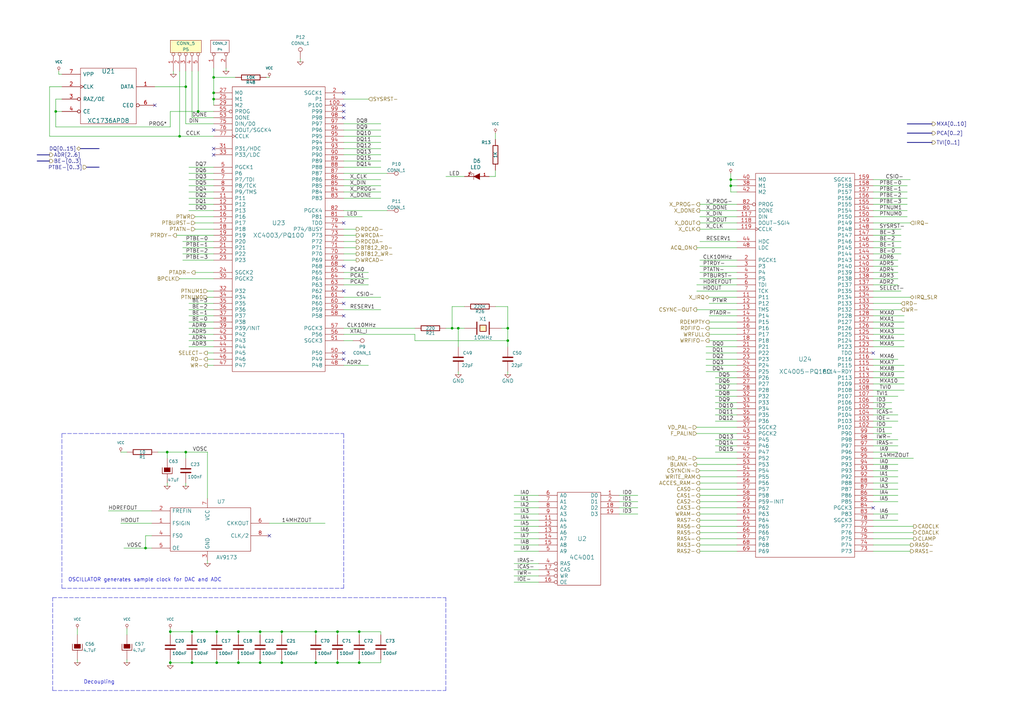
<source format=kicad_sch>
(kicad_sch (version 20201015) (generator eeschema)
  (page 1 8)
  (paper "A3")
  (title_block (title "Video") (date "Sun 22 Mar 2015") (rev "2.0B") (company "Kicad EDA") (comment 1 "Xilinxs"))
  (junction (at 22.86 45.72) (diameter 0.9144))
  (junction (at 59.69 224.79) (diameter 0.9144))
  (junction (at 68.58 185.42) (diameter 0.9144))
  (junction (at 69.85 259.08) (diameter 0.9144))
  (junction (at 69.85 271.78) (diameter 0.9144))
  (junction (at 73.66 55.88) (diameter 0.9144))
  (junction (at 76.2 35.56) (diameter 0.9144))
  (junction (at 76.2 185.42) (diameter 0.9144))
  (junction (at 78.74 259.08) (diameter 0.9144))
  (junction (at 78.74 271.78) (diameter 0.9144))
  (junction (at 81.28 45.72) (diameter 0.9144))
  (junction (at 87.63 31.75) (diameter 0.9144))
  (junction (at 87.63 38.1) (diameter 0.9144))
  (junction (at 87.63 40.64) (diameter 0.9144))
  (junction (at 88.9 259.08) (diameter 0.9144))
  (junction (at 88.9 271.78) (diameter 0.9144))
  (junction (at 97.79 259.08) (diameter 0.9144))
  (junction (at 97.79 271.78) (diameter 0.9144))
  (junction (at 106.68 259.08) (diameter 0.9144))
  (junction (at 106.68 271.78) (diameter 0.9144))
  (junction (at 115.57 259.08) (diameter 0.9144))
  (junction (at 115.57 271.78) (diameter 0.9144))
  (junction (at 129.54 259.08) (diameter 0.9144))
  (junction (at 129.54 271.78) (diameter 0.9144))
  (junction (at 138.43 259.08) (diameter 0.9144))
  (junction (at 138.43 271.78) (diameter 0.9144))
  (junction (at 147.32 259.08) (diameter 0.9144))
  (junction (at 147.32 271.78) (diameter 0.9144))
  (junction (at 185.42 134.62) (diameter 0.9144))
  (junction (at 187.96 134.62) (diameter 0.9144))
  (junction (at 208.28 134.62) (diameter 0.9144))
  (junction (at 208.28 139.7) (diameter 0.9144))
  (junction (at 299.72 73.66) (diameter 0.9144))
  (junction (at 299.72 76.2) (diameter 0.9144))
  (no_connect (at 140.97 43.18))
  (no_connect (at 87.63 60.96))
  (no_connect (at 87.63 53.34))
  (no_connect (at 140.97 48.26))
  (no_connect (at 140.97 144.78))
  (no_connect (at 140.97 119.38))
  (no_connect (at 358.14 144.78))
  (no_connect (at 358.14 208.28))
  (no_connect (at 63.5 43.18))
  (no_connect (at 110.49 219.71))
  (no_connect (at 140.97 38.1))
  (no_connect (at 140.97 91.44))
  (no_connect (at 140.97 147.32))
  (no_connect (at 140.97 129.54))
  (no_connect (at 140.97 109.22))
  (no_connect (at 140.97 124.46))
  (no_connect (at 87.63 63.5))
  (no_connect (at 140.97 45.72))
  (wire (pts (xy 20.32 35.56) (xy 20.32 55.88)))
  (wire (pts (xy 20.32 55.88) (xy 73.66 55.88)))
  (wire (pts (xy 22.86 40.64) (xy 22.86 45.72)))
  (wire (pts (xy 22.86 45.72) (xy 22.86 52.07)))
  (wire (pts (xy 22.86 52.07) (xy 69.85 52.07)))
  (wire (pts (xy 24.13 29.21) (xy 24.13 30.48)))
  (wire (pts (xy 24.13 30.48) (xy 25.4 30.48)))
  (wire (pts (xy 25.4 35.56) (xy 20.32 35.56)))
  (wire (pts (xy 25.4 40.64) (xy 22.86 40.64)))
  (wire (pts (xy 25.4 45.72) (xy 22.86 45.72)))
  (wire (pts (xy 31.75 257.81) (xy 31.75 260.35)))
  (wire (pts (xy 31.75 271.78) (xy 31.75 270.51)))
  (wire (pts (xy 44.45 209.55) (xy 62.23 209.55)))
  (wire (pts (xy 49.53 214.63) (xy 62.23 214.63)))
  (wire (pts (xy 50.8 224.79) (xy 59.69 224.79)))
  (wire (pts (xy 52.07 185.42) (xy 49.53 185.42)))
  (wire (pts (xy 52.07 257.81) (xy 52.07 260.35)))
  (wire (pts (xy 52.07 271.78) (xy 52.07 270.51)))
  (wire (pts (xy 59.69 219.71) (xy 62.23 219.71)))
  (wire (pts (xy 59.69 224.79) (xy 59.69 219.71)))
  (wire (pts (xy 59.69 224.79) (xy 62.23 224.79)))
  (wire (pts (xy 63.5 35.56) (xy 76.2 35.56)))
  (wire (pts (xy 64.77 185.42) (xy 68.58 185.42)))
  (wire (pts (xy 68.58 185.42) (xy 68.58 187.96)))
  (wire (pts (xy 68.58 185.42) (xy 76.2 185.42)))
  (wire (pts (xy 68.58 199.39) (xy 68.58 198.12)))
  (wire (pts (xy 69.85 45.72) (xy 81.28 45.72)))
  (wire (pts (xy 69.85 52.07) (xy 69.85 45.72)))
  (wire (pts (xy 69.85 257.81) (xy 69.85 259.08)))
  (wire (pts (xy 69.85 259.08) (xy 69.85 260.35)))
  (wire (pts (xy 69.85 259.08) (xy 78.74 259.08)))
  (wire (pts (xy 69.85 270.51) (xy 69.85 271.78)))
  (wire (pts (xy 69.85 271.78) (xy 69.85 273.05)))
  (wire (pts (xy 69.85 271.78) (xy 78.74 271.78)))
  (wire (pts (xy 71.12 30.48) (xy 71.12 29.21)))
  (wire (pts (xy 72.39 96.52) (xy 87.63 96.52)))
  (wire (pts (xy 73.66 29.21) (xy 73.66 55.88)))
  (wire (pts (xy 73.66 55.88) (xy 87.63 55.88)))
  (wire (pts (xy 76.2 29.21) (xy 76.2 35.56)))
  (wire (pts (xy 76.2 35.56) (xy 76.2 50.8)))
  (wire (pts (xy 76.2 50.8) (xy 87.63 50.8)))
  (wire (pts (xy 76.2 185.42) (xy 76.2 187.96)))
  (wire (pts (xy 76.2 185.42) (xy 85.09 185.42)))
  (wire (pts (xy 76.2 199.39) (xy 76.2 198.12)))
  (wire (pts (xy 77.47 68.58) (xy 87.63 68.58)))
  (wire (pts (xy 77.47 71.12) (xy 87.63 71.12)))
  (wire (pts (xy 77.47 73.66) (xy 87.63 73.66)))
  (wire (pts (xy 77.47 76.2) (xy 87.63 76.2)))
  (wire (pts (xy 77.47 78.74) (xy 87.63 78.74)))
  (wire (pts (xy 77.47 81.28) (xy 87.63 81.28)))
  (wire (pts (xy 77.47 83.82) (xy 87.63 83.82)))
  (wire (pts (xy 77.47 86.36) (xy 87.63 86.36)))
  (wire (pts (xy 78.74 29.21) (xy 78.74 48.26)))
  (wire (pts (xy 78.74 48.26) (xy 87.63 48.26)))
  (wire (pts (xy 78.74 259.08) (xy 88.9 259.08)))
  (wire (pts (xy 78.74 260.35) (xy 78.74 259.08)))
  (wire (pts (xy 78.74 270.51) (xy 78.74 271.78)))
  (wire (pts (xy 78.74 271.78) (xy 88.9 271.78)))
  (wire (pts (xy 80.01 88.9) (xy 87.63 88.9)))
  (wire (pts (xy 80.01 91.44) (xy 87.63 91.44)))
  (wire (pts (xy 80.01 93.98) (xy 87.63 93.98)))
  (wire (pts (xy 80.01 111.76) (xy 87.63 111.76)))
  (wire (pts (xy 81.28 29.21) (xy 81.28 45.72)))
  (wire (pts (xy 81.28 45.72) (xy 87.63 45.72)))
  (wire (pts (xy 85.09 119.38) (xy 87.63 119.38)))
  (wire (pts (xy 85.09 121.92) (xy 87.63 121.92)))
  (wire (pts (xy 85.09 144.78) (xy 87.63 144.78)))
  (wire (pts (xy 85.09 147.32) (xy 87.63 147.32)))
  (wire (pts (xy 85.09 149.86) (xy 87.63 149.86)))
  (wire (pts (xy 85.09 185.42) (xy 85.09 204.47)))
  (wire (pts (xy 85.09 229.87) (xy 85.09 231.14)))
  (wire (pts (xy 87.63 27.94) (xy 87.63 31.75)))
  (wire (pts (xy 87.63 31.75) (xy 87.63 38.1)))
  (wire (pts (xy 87.63 38.1) (xy 87.63 40.64)))
  (wire (pts (xy 87.63 40.64) (xy 87.63 43.18)))
  (wire (pts (xy 87.63 99.06) (xy 74.93 99.06)))
  (wire (pts (xy 87.63 101.6) (xy 74.93 101.6)))
  (wire (pts (xy 87.63 104.14) (xy 74.93 104.14)))
  (wire (pts (xy 87.63 106.68) (xy 74.93 106.68)))
  (wire (pts (xy 87.63 114.3) (xy 73.66 114.3)))
  (wire (pts (xy 87.63 124.46) (xy 77.47 124.46)))
  (wire (pts (xy 87.63 127) (xy 77.47 127)))
  (wire (pts (xy 87.63 129.54) (xy 77.47 129.54)))
  (wire (pts (xy 87.63 132.08) (xy 77.47 132.08)))
  (wire (pts (xy 87.63 134.62) (xy 77.47 134.62)))
  (wire (pts (xy 87.63 137.16) (xy 77.47 137.16)))
  (wire (pts (xy 87.63 139.7) (xy 77.47 139.7)))
  (wire (pts (xy 87.63 142.24) (xy 77.47 142.24)))
  (wire (pts (xy 88.9 259.08) (xy 88.9 260.35)))
  (wire (pts (xy 88.9 259.08) (xy 97.79 259.08)))
  (wire (pts (xy 88.9 270.51) (xy 88.9 271.78)))
  (wire (pts (xy 88.9 271.78) (xy 97.79 271.78)))
  (wire (pts (xy 92.71 29.21) (xy 92.71 27.94)))
  (wire (pts (xy 96.52 31.75) (xy 87.63 31.75)))
  (wire (pts (xy 97.79 259.08) (xy 106.68 259.08)))
  (wire (pts (xy 97.79 260.35) (xy 97.79 259.08)))
  (wire (pts (xy 97.79 270.51) (xy 97.79 271.78)))
  (wire (pts (xy 97.79 271.78) (xy 106.68 271.78)))
  (wire (pts (xy 106.68 259.08) (xy 106.68 260.35)))
  (wire (pts (xy 106.68 259.08) (xy 115.57 259.08)))
  (wire (pts (xy 106.68 270.51) (xy 106.68 271.78)))
  (wire (pts (xy 106.68 271.78) (xy 115.57 271.78)))
  (wire (pts (xy 110.49 31.75) (xy 109.22 31.75)))
  (wire (pts (xy 110.49 214.63) (xy 133.35 214.63)))
  (wire (pts (xy 115.57 259.08) (xy 115.57 260.35)))
  (wire (pts (xy 115.57 259.08) (xy 129.54 259.08)))
  (wire (pts (xy 115.57 270.51) (xy 115.57 271.78)))
  (wire (pts (xy 115.57 271.78) (xy 129.54 271.78)))
  (wire (pts (xy 123.19 24.13) (xy 123.19 25.4)))
  (wire (pts (xy 129.54 259.08) (xy 129.54 260.35)))
  (wire (pts (xy 129.54 259.08) (xy 138.43 259.08)))
  (wire (pts (xy 129.54 271.78) (xy 129.54 270.51)))
  (wire (pts (xy 129.54 271.78) (xy 138.43 271.78)))
  (wire (pts (xy 138.43 259.08) (xy 138.43 260.35)))
  (wire (pts (xy 138.43 259.08) (xy 147.32 259.08)))
  (wire (pts (xy 138.43 271.78) (xy 138.43 270.51)))
  (wire (pts (xy 138.43 271.78) (xy 147.32 271.78)))
  (wire (pts (xy 140.97 50.8) (xy 156.21 50.8)))
  (wire (pts (xy 140.97 53.34) (xy 156.21 53.34)))
  (wire (pts (xy 140.97 55.88) (xy 156.21 55.88)))
  (wire (pts (xy 140.97 58.42) (xy 156.21 58.42)))
  (wire (pts (xy 140.97 60.96) (xy 156.21 60.96)))
  (wire (pts (xy 140.97 63.5) (xy 156.21 63.5)))
  (wire (pts (xy 140.97 66.04) (xy 156.21 66.04)))
  (wire (pts (xy 140.97 68.58) (xy 156.21 68.58)))
  (wire (pts (xy 140.97 71.12) (xy 158.75 71.12)))
  (wire (pts (xy 140.97 73.66) (xy 156.21 73.66)))
  (wire (pts (xy 140.97 76.2) (xy 156.21 76.2)))
  (wire (pts (xy 140.97 78.74) (xy 156.21 78.74)))
  (wire (pts (xy 140.97 81.28) (xy 156.21 81.28)))
  (wire (pts (xy 140.97 86.36) (xy 158.75 86.36)))
  (wire (pts (xy 140.97 88.9) (xy 148.59 88.9)))
  (wire (pts (xy 140.97 93.98) (xy 146.05 93.98)))
  (wire (pts (xy 140.97 96.52) (xy 146.05 96.52)))
  (wire (pts (xy 140.97 99.06) (xy 146.05 99.06)))
  (wire (pts (xy 140.97 101.6) (xy 146.05 101.6)))
  (wire (pts (xy 140.97 104.14) (xy 146.05 104.14)))
  (wire (pts (xy 140.97 106.68) (xy 146.05 106.68)))
  (wire (pts (xy 140.97 111.76) (xy 151.13 111.76)))
  (wire (pts (xy 140.97 114.3) (xy 151.13 114.3)))
  (wire (pts (xy 140.97 116.84) (xy 151.13 116.84)))
  (wire (pts (xy 140.97 121.92) (xy 156.21 121.92)))
  (wire (pts (xy 140.97 134.62) (xy 170.18 134.62)))
  (wire (pts (xy 140.97 139.7) (xy 144.78 139.7)))
  (wire (pts (xy 147.32 259.08) (xy 147.32 260.35)))
  (wire (pts (xy 147.32 259.08) (xy 156.21 259.08)))
  (wire (pts (xy 147.32 271.78) (xy 147.32 270.51)))
  (wire (pts (xy 147.32 271.78) (xy 156.21 271.78)))
  (wire (pts (xy 151.13 40.64) (xy 140.97 40.64)))
  (wire (pts (xy 151.13 149.86) (xy 140.97 149.86)))
  (wire (pts (xy 156.21 127) (xy 140.97 127)))
  (wire (pts (xy 156.21 259.08) (xy 156.21 260.35)))
  (wire (pts (xy 156.21 271.78) (xy 156.21 270.51)))
  (wire (pts (xy 170.18 137.16) (xy 140.97 137.16)))
  (wire (pts (xy 170.18 139.7) (xy 170.18 137.16)))
  (wire (pts (xy 182.88 72.39) (xy 190.5 72.39)))
  (wire (pts (xy 182.88 134.62) (xy 185.42 134.62)))
  (wire (pts (xy 185.42 125.73) (xy 185.42 134.62)))
  (wire (pts (xy 185.42 125.73) (xy 190.5 125.73)))
  (wire (pts (xy 185.42 134.62) (xy 187.96 134.62)))
  (wire (pts (xy 187.96 134.62) (xy 187.96 142.24)))
  (wire (pts (xy 187.96 134.62) (xy 190.5 134.62)))
  (wire (pts (xy 187.96 153.67) (xy 187.96 152.4)))
  (wire (pts (xy 200.66 72.39) (xy 203.2 72.39)))
  (wire (pts (xy 203.2 54.61) (xy 203.2 57.15)))
  (wire (pts (xy 203.2 72.39) (xy 203.2 69.85)))
  (wire (pts (xy 203.2 125.73) (xy 208.28 125.73)))
  (wire (pts (xy 205.74 134.62) (xy 208.28 134.62)))
  (wire (pts (xy 208.28 125.73) (xy 208.28 134.62)))
  (wire (pts (xy 208.28 134.62) (xy 208.28 139.7)))
  (wire (pts (xy 208.28 139.7) (xy 170.18 139.7)))
  (wire (pts (xy 208.28 139.7) (xy 208.28 142.24)))
  (wire (pts (xy 208.28 152.4) (xy 208.28 153.67)))
  (wire (pts (xy 220.98 203.2) (xy 210.82 203.2)))
  (wire (pts (xy 220.98 205.74) (xy 210.82 205.74)))
  (wire (pts (xy 220.98 208.28) (xy 210.82 208.28)))
  (wire (pts (xy 220.98 210.82) (xy 210.82 210.82)))
  (wire (pts (xy 220.98 213.36) (xy 210.82 213.36)))
  (wire (pts (xy 220.98 215.9) (xy 210.82 215.9)))
  (wire (pts (xy 220.98 218.44) (xy 210.82 218.44)))
  (wire (pts (xy 220.98 220.98) (xy 210.82 220.98)))
  (wire (pts (xy 220.98 223.52) (xy 210.82 223.52)))
  (wire (pts (xy 220.98 226.06) (xy 210.82 226.06)))
  (wire (pts (xy 220.98 231.14) (xy 210.82 231.14)))
  (wire (pts (xy 220.98 233.68) (xy 210.82 233.68)))
  (wire (pts (xy 220.98 236.22) (xy 210.82 236.22)))
  (wire (pts (xy 220.98 238.76) (xy 210.82 238.76)))
  (wire (pts (xy 254 203.2) (xy 261.62 203.2)))
  (wire (pts (xy 254 205.74) (xy 261.62 205.74)))
  (wire (pts (xy 254 208.28) (xy 261.62 208.28)))
  (wire (pts (xy 254 210.82) (xy 261.62 210.82)))
  (wire (pts (xy 285.75 101.6) (xy 302.26 101.6)))
  (wire (pts (xy 285.75 116.84) (xy 302.26 116.84)))
  (wire (pts (xy 285.75 119.38) (xy 302.26 119.38)))
  (wire (pts (xy 285.75 127) (xy 302.26 127)))
  (wire (pts (xy 285.75 175.26) (xy 302.26 175.26)))
  (wire (pts (xy 285.75 177.8) (xy 302.26 177.8)))
  (wire (pts (xy 285.75 187.96) (xy 302.26 187.96)))
  (wire (pts (xy 285.75 190.5) (xy 302.26 190.5)))
  (wire (pts (xy 287.02 83.82) (xy 302.26 83.82)))
  (wire (pts (xy 287.02 86.36) (xy 302.26 86.36)))
  (wire (pts (xy 287.02 88.9) (xy 302.26 88.9)))
  (wire (pts (xy 287.02 91.44) (xy 302.26 91.44)))
  (wire (pts (xy 287.02 93.98) (xy 302.26 93.98)))
  (wire (pts (xy 287.02 106.68) (xy 302.26 106.68)))
  (wire (pts (xy 287.02 193.04) (xy 302.26 193.04)))
  (wire (pts (xy 287.02 195.58) (xy 302.26 195.58)))
  (wire (pts (xy 287.02 198.12) (xy 302.26 198.12)))
  (wire (pts (xy 287.02 200.66) (xy 302.26 200.66)))
  (wire (pts (xy 287.02 203.2) (xy 302.26 203.2)))
  (wire (pts (xy 287.02 205.74) (xy 302.26 205.74)))
  (wire (pts (xy 287.02 208.28) (xy 302.26 208.28)))
  (wire (pts (xy 287.02 210.82) (xy 302.26 210.82)))
  (wire (pts (xy 287.02 213.36) (xy 302.26 213.36)))
  (wire (pts (xy 287.02 215.9) (xy 302.26 215.9)))
  (wire (pts (xy 287.02 218.44) (xy 302.26 218.44)))
  (wire (pts (xy 287.02 220.98) (xy 302.26 220.98)))
  (wire (pts (xy 287.02 223.52) (xy 302.26 223.52)))
  (wire (pts (xy 287.02 226.06) (xy 302.26 226.06)))
  (wire (pts (xy 290.83 134.62) (xy 302.26 134.62)))
  (wire (pts (xy 290.83 139.7) (xy 302.26 139.7)))
  (wire (pts (xy 293.37 160.02) (xy 302.26 160.02)))
  (wire (pts (xy 293.37 162.56) (xy 302.26 162.56)))
  (wire (pts (xy 293.37 165.1) (xy 302.26 165.1)))
  (wire (pts (xy 293.37 167.64) (xy 302.26 167.64)))
  (wire (pts (xy 293.37 170.18) (xy 302.26 170.18)))
  (wire (pts (xy 293.37 172.72) (xy 302.26 172.72)))
  (wire (pts (xy 293.37 180.34) (xy 302.26 180.34)))
  (wire (pts (xy 293.37 182.88) (xy 302.26 182.88)))
  (wire (pts (xy 293.37 185.42) (xy 302.26 185.42)))
  (wire (pts (xy 299.72 71.12) (xy 299.72 73.66)))
  (wire (pts (xy 299.72 73.66) (xy 299.72 76.2)))
  (wire (pts (xy 299.72 73.66) (xy 302.26 73.66)))
  (wire (pts (xy 299.72 76.2) (xy 299.72 78.74)))
  (wire (pts (xy 299.72 76.2) (xy 302.26 76.2)))
  (wire (pts (xy 299.72 78.74) (xy 302.26 78.74)))
  (wire (pts (xy 302.26 99.06) (xy 287.02 99.06)))
  (wire (pts (xy 302.26 109.22) (xy 287.02 109.22)))
  (wire (pts (xy 302.26 111.76) (xy 287.02 111.76)))
  (wire (pts (xy 302.26 114.3) (xy 287.02 114.3)))
  (wire (pts (xy 302.26 121.92) (xy 290.83 121.92)))
  (wire (pts (xy 302.26 124.46) (xy 290.83 124.46)))
  (wire (pts (xy 302.26 129.54) (xy 290.83 129.54)))
  (wire (pts (xy 302.26 132.08) (xy 290.83 132.08)))
  (wire (pts (xy 302.26 137.16) (xy 290.83 137.16)))
  (wire (pts (xy 302.26 142.24) (xy 289.56 142.24)))
  (wire (pts (xy 302.26 144.78) (xy 289.56 144.78)))
  (wire (pts (xy 302.26 147.32) (xy 289.56 147.32)))
  (wire (pts (xy 302.26 149.86) (xy 289.56 149.86)))
  (wire (pts (xy 302.26 152.4) (xy 289.56 152.4)))
  (wire (pts (xy 302.26 154.94) (xy 293.37 154.94)))
  (wire (pts (xy 302.26 157.48) (xy 293.37 157.48)))
  (wire (pts (xy 358.14 73.66) (xy 373.38 73.66)))
  (wire (pts (xy 358.14 91.44) (xy 373.38 91.44)))
  (wire (pts (xy 358.14 106.68) (xy 368.3 106.68)))
  (wire (pts (xy 358.14 119.38) (xy 369.57 119.38)))
  (wire (pts (xy 358.14 121.92) (xy 373.38 121.92)))
  (wire (pts (xy 358.14 124.46) (xy 369.57 124.46)))
  (wire (pts (xy 358.14 127) (xy 369.57 127)))
  (wire (pts (xy 358.14 129.54) (xy 370.84 129.54)))
  (wire (pts (xy 358.14 132.08) (xy 370.84 132.08)))
  (wire (pts (xy 358.14 134.62) (xy 370.84 134.62)))
  (wire (pts (xy 358.14 137.16) (xy 370.84 137.16)))
  (wire (pts (xy 358.14 139.7) (xy 370.84 139.7)))
  (wire (pts (xy 358.14 142.24) (xy 370.84 142.24)))
  (wire (pts (xy 358.14 147.32) (xy 368.3 147.32)))
  (wire (pts (xy 358.14 149.86) (xy 370.84 149.86)))
  (wire (pts (xy 358.14 152.4) (xy 370.84 152.4)))
  (wire (pts (xy 358.14 154.94) (xy 370.84 154.94)))
  (wire (pts (xy 358.14 157.48) (xy 370.84 157.48)))
  (wire (pts (xy 358.14 160.02) (xy 370.84 160.02)))
  (wire (pts (xy 358.14 162.56) (xy 368.3 162.56)))
  (wire (pts (xy 358.14 165.1) (xy 365.76 165.1)))
  (wire (pts (xy 358.14 167.64) (xy 365.76 167.64)))
  (wire (pts (xy 358.14 175.26) (xy 365.76 175.26)))
  (wire (pts (xy 358.14 177.8) (xy 365.76 177.8)))
  (wire (pts (xy 358.14 187.96) (xy 374.65 187.96)))
  (wire (pts (xy 358.14 215.9) (xy 374.65 215.9)))
  (wire (pts (xy 358.14 218.44) (xy 374.65 218.44)))
  (wire (pts (xy 358.14 220.98) (xy 374.65 220.98)))
  (wire (pts (xy 358.14 223.52) (xy 373.38 223.52)))
  (wire (pts (xy 358.14 226.06) (xy 373.38 226.06)))
  (wire (pts (xy 368.3 109.22) (xy 358.14 109.22)))
  (wire (pts (xy 368.3 111.76) (xy 358.14 111.76)))
  (wire (pts (xy 368.3 114.3) (xy 358.14 114.3)))
  (wire (pts (xy 368.3 116.84) (xy 358.14 116.84)))
  (wire (pts (xy 368.3 170.18) (xy 358.14 170.18)))
  (wire (pts (xy 368.3 172.72) (xy 358.14 172.72)))
  (wire (pts (xy 368.3 180.34) (xy 358.14 180.34)))
  (wire (pts (xy 368.3 182.88) (xy 358.14 182.88)))
  (wire (pts (xy 368.3 185.42) (xy 358.14 185.42)))
  (wire (pts (xy 368.3 190.5) (xy 358.14 190.5)))
  (wire (pts (xy 368.3 193.04) (xy 358.14 193.04)))
  (wire (pts (xy 368.3 195.58) (xy 358.14 195.58)))
  (wire (pts (xy 368.3 198.12) (xy 358.14 198.12)))
  (wire (pts (xy 368.3 200.66) (xy 358.14 200.66)))
  (wire (pts (xy 368.3 203.2) (xy 358.14 203.2)))
  (wire (pts (xy 368.3 205.74) (xy 358.14 205.74)))
  (wire (pts (xy 368.3 210.82) (xy 358.14 210.82)))
  (wire (pts (xy 368.3 213.36) (xy 358.14 213.36)))
  (wire (pts (xy 369.57 93.98) (xy 358.14 93.98)))
  (wire (pts (xy 369.57 96.52) (xy 358.14 96.52)))
  (wire (pts (xy 369.57 99.06) (xy 358.14 99.06)))
  (wire (pts (xy 369.57 101.6) (xy 358.14 101.6)))
  (wire (pts (xy 369.57 104.14) (xy 358.14 104.14)))
  (wire (pts (xy 372.11 76.2) (xy 358.14 76.2)))
  (wire (pts (xy 372.11 78.74) (xy 358.14 78.74)))
  (wire (pts (xy 372.11 81.28) (xy 358.14 81.28)))
  (wire (pts (xy 372.11 83.82) (xy 358.14 83.82)))
  (wire (pts (xy 372.11 86.36) (xy 358.14 86.36)))
  (wire (pts (xy 372.11 88.9) (xy 358.14 88.9)))
  (bus (pts (xy 15.24 63.5) (xy 20.32 63.5)))
  (bus (pts (xy 15.24 66.04) (xy 20.32 66.04)))
  (bus (pts (xy 33.02 60.96) (xy 40.64 60.96)))
  (bus (pts (xy 35.56 68.58) (xy 40.64 68.58)))
  (bus (pts (xy 372.11 50.8) (xy 382.27 50.8)))
  (bus (pts (xy 372.11 54.61) (xy 382.27 54.61)))
  (bus (pts (xy 372.11 58.42) (xy 382.27 58.42)))
  (polyline (pts (xy 21.59 245.11) (xy 182.88 245.11)) (stroke (width 0) (type dash)))
  (polyline (pts (xy 21.59 283.21) (xy 21.59 245.11)) (stroke (width 0) (type dash)))
  (polyline (pts (xy 21.59 283.21) (xy 182.88 283.21)) (stroke (width 0) (type dash)))
  (polyline (pts (xy 25.4 177.8) (xy 140.97 177.8)) (stroke (width 0) (type dash)))
  (polyline (pts (xy 25.4 241.3) (xy 25.4 177.8)) (stroke (width 0) (type dash)))
  (polyline (pts (xy 25.4 241.3) (xy 140.97 241.3)) (stroke (width 0) (type dash)))
  (polyline (pts (xy 140.97 241.3) (xy 140.97 177.8)) (stroke (width 0) (type dash)))
  (polyline (pts (xy 182.88 283.21) (xy 182.88 245.11)) (stroke (width 0) (type dash)))
  (text "OSCILLATOR generates sample clock for DAC and ADC" (at 27.94 238.76 0) (effects (font (size 1.524 1.524)) (justify left bottom)))
  (text "Decoupling" (at 34.29 280.67 0) (effects (font (size 1.524 1.524)) (justify left bottom)))
  (label "HDREFOUT" (at 44.45 209.55 0) (effects (font (size 1.524 1.524))))
  (label "HDOUT" (at 49.53 214.63 0) (effects (font (size 1.524 1.524))))
  (label "VOSC" (at 52.07 224.79 0) (effects (font (size 1.524 1.524))))
  (label "PROG*" (at 60.96 52.07 0) (effects (font (size 1.524 1.524))))
  (label "CCLK" (at 76.2 55.88 0) (effects (font (size 1.524 1.524))))
  (label "PTBE-0" (at 76.2 99.06 0) (effects (font (size 1.524 1.524))))
  (label "PTBE-1" (at 76.2 101.6 0) (effects (font (size 1.524 1.524))))
  (label "PTBE-2" (at 76.2 104.14 0) (effects (font (size 1.524 1.524))))
  (label "PTBE-3" (at 76.2 106.68 0) (effects (font (size 1.524 1.524))))
  (label "DIN" (at 77.47 50.8 0) (effects (font (size 1.524 1.524))))
  (label "DONE" (at 78.74 48.26 0) (effects (font (size 1.524 1.524))))
  (label "BE-3" (at 78.74 124.46 0) (effects (font (size 1.524 1.524))))
  (label "BE-2" (at 78.74 127 0) (effects (font (size 1.524 1.524))))
  (label "BE-1" (at 78.74 129.54 0) (effects (font (size 1.524 1.524))))
  (label "BE-0" (at 78.74 132.08 0) (effects (font (size 1.524 1.524))))
  (label "ADR6" (at 78.74 134.62 0) (effects (font (size 1.524 1.524))))
  (label "ADR5" (at 78.74 137.16 0) (effects (font (size 1.524 1.524))))
  (label "ADR4" (at 78.74 139.7 0) (effects (font (size 1.524 1.524))))
  (label "ADR3" (at 78.74 142.24 0) (effects (font (size 1.524 1.524))))
  (label "DQ7" (at 80.01 68.58 0) (effects (font (size 1.524 1.524))))
  (label "DQ6" (at 80.01 71.12 0) (effects (font (size 1.524 1.524))))
  (label "DQ3" (at 80.01 73.66 0) (effects (font (size 1.524 1.524))))
  (label "DQ5" (at 80.01 76.2 0) (effects (font (size 1.524 1.524))))
  (label "DQ4" (at 80.01 78.74 0) (effects (font (size 1.524 1.524))))
  (label "DQ2" (at 80.01 81.28 0) (effects (font (size 1.524 1.524))))
  (label "DQ1" (at 80.01 83.82 0) (effects (font (size 1.524 1.524))))
  (label "DQ0" (at 80.01 86.36 0) (effects (font (size 1.524 1.524))))
  (label "VOSC" (at 85.09 185.42 180) (effects (font (size 1.524 1.524))))
  (label "14MHZOUT" (at 115.57 214.63 0) (effects (font (size 1.524 1.524))))
  (label "LED" (at 142.24 88.9 0) (effects (font (size 1.524 1.524))))
  (label "CLK10MHz" (at 142.24 134.62 0) (effects (font (size 1.524 1.524))))
  (label "ADR2" (at 142.24 149.86 0) (effects (font (size 1.524 1.524))))
  (label "X_CLK" (at 143.51 73.66 0) (effects (font (size 1.524 1.524))))
  (label "X_DIN" (at 143.51 76.2 0) (effects (font (size 1.524 1.524))))
  (label "X_PROG-" (at 143.51 78.74 0) (effects (font (size 1.524 1.524))))
  (label "X_DONE" (at 143.51 81.28 0) (effects (font (size 1.524 1.524))))
  (label "PCA0" (at 143.51 111.76 0) (effects (font (size 1.524 1.524))))
  (label "PCA1" (at 143.51 114.3 0) (effects (font (size 1.524 1.524))))
  (label "PCA2" (at 143.51 116.84 0) (effects (font (size 1.524 1.524))))
  (label "RESERV1" (at 143.51 127 0) (effects (font (size 1.524 1.524))))
  (label "XTAL_I" (at 143.51 137.16 0) (effects (font (size 1.524 1.524))))
  (label "DQ8" (at 146.05 50.8 0) (effects (font (size 1.524 1.524))))
  (label "DQ9" (at 146.05 53.34 0) (effects (font (size 1.524 1.524))))
  (label "DQ10" (at 146.05 55.88 0) (effects (font (size 1.524 1.524))))
  (label "DQ11" (at 146.05 58.42 0) (effects (font (size 1.524 1.524))))
  (label "DQ12" (at 146.05 60.96 0) (effects (font (size 1.524 1.524))))
  (label "DQ13" (at 146.05 63.5 0) (effects (font (size 1.524 1.524))))
  (label "DQ15" (at 146.05 66.04 0) (effects (font (size 1.524 1.524))))
  (label "DQ14" (at 146.05 68.58 0) (effects (font (size 1.524 1.524))))
  (label "CSIO-" (at 146.05 121.92 0) (effects (font (size 1.524 1.524))))
  (label "LED" (at 184.15 72.39 0) (effects (font (size 1.524 1.524))))
  (label "IRAS-" (at 212.09 231.14 0) (effects (font (size 1.524 1.524))))
  (label "ICAS-" (at 212.09 233.68 0) (effects (font (size 1.524 1.524))))
  (label "IWR-" (at 212.09 236.22 0) (effects (font (size 1.524 1.524))))
  (label "IOE-" (at 212.09 238.76 0) (effects (font (size 1.524 1.524))))
  (label "IA0" (at 213.36 203.2 0) (effects (font (size 1.524 1.524))))
  (label "IA1" (at 213.36 205.74 0) (effects (font (size 1.524 1.524))))
  (label "IA2" (at 213.36 208.28 0) (effects (font (size 1.524 1.524))))
  (label "IA3" (at 213.36 210.82 0) (effects (font (size 1.524 1.524))))
  (label "IA4" (at 213.36 213.36 0) (effects (font (size 1.524 1.524))))
  (label "IA5" (at 213.36 215.9 0) (effects (font (size 1.524 1.524))))
  (label "IA6" (at 213.36 218.44 0) (effects (font (size 1.524 1.524))))
  (label "IA7" (at 213.36 220.98 0) (effects (font (size 1.524 1.524))))
  (label "IA8" (at 213.36 223.52 0) (effects (font (size 1.524 1.524))))
  (label "IA9" (at 213.36 226.06 0) (effects (font (size 1.524 1.524))))
  (label "ID0" (at 255.27 203.2 0) (effects (font (size 1.524 1.524))))
  (label "ID1" (at 255.27 205.74 0) (effects (font (size 1.524 1.524))))
  (label "ID2" (at 255.27 208.28 0) (effects (font (size 1.524 1.524))))
  (label "ID3" (at 255.27 210.82 0) (effects (font (size 1.524 1.524))))
  (label "CLK10MHz" (at 288.29 106.68 0) (effects (font (size 1.524 1.524))))
  (label "PTRDY-" (at 288.29 109.22 0) (effects (font (size 1.524 1.524))))
  (label "PTATN-" (at 288.29 111.76 0) (effects (font (size 1.524 1.524))))
  (label "PTBURST-" (at 288.29 114.3 0) (effects (font (size 1.524 1.524))))
  (label "HDREFOUT" (at 288.29 116.84 0) (effects (font (size 1.524 1.524))))
  (label "HDOUT" (at 288.29 119.38 0) (effects (font (size 1.524 1.524))))
  (label "X_PROG-" (at 289.56 83.82 0) (effects (font (size 1.524 1.524))))
  (label "X_DONE" (at 289.56 86.36 0) (effects (font (size 1.524 1.524))))
  (label "X_DIN" (at 289.56 88.9 0) (effects (font (size 1.524 1.524))))
  (label "X_DOUT" (at 289.56 91.44 0) (effects (font (size 1.524 1.524))))
  (label "X_CLK" (at 289.56 93.98 0) (effects (font (size 1.524 1.524))))
  (label "RESERV1" (at 289.56 99.06 0) (effects (font (size 1.524 1.524))))
  (label "PTADR-" (at 290.83 129.54 0) (effects (font (size 1.524 1.524))))
  (label "PTWR" (at 292.1 124.46 0) (effects (font (size 1.524 1.524))))
  (label "DQ0" (at 292.1 142.24 0) (effects (font (size 1.524 1.524))))
  (label "DQ1" (at 292.1 144.78 0) (effects (font (size 1.524 1.524))))
  (label "DQ2" (at 292.1 147.32 0) (effects (font (size 1.524 1.524))))
  (label "DQ3" (at 292.1 149.86 0) (effects (font (size 1.524 1.524))))
  (label "DQ4" (at 292.1 152.4 0) (effects (font (size 1.524 1.524))))
  (label "DQ5" (at 294.64 154.94 0) (effects (font (size 1.524 1.524))))
  (label "DQ6" (at 294.64 157.48 0) (effects (font (size 1.524 1.524))))
  (label "DQ7" (at 294.64 160.02 0) (effects (font (size 1.524 1.524))))
  (label "DQ8" (at 294.64 162.56 0) (effects (font (size 1.524 1.524))))
  (label "DQ9" (at 294.64 165.1 0) (effects (font (size 1.524 1.524))))
  (label "DQ10" (at 294.64 167.64 0) (effects (font (size 1.524 1.524))))
  (label "DQ11" (at 294.64 170.18 0) (effects (font (size 1.524 1.524))))
  (label "DQ12" (at 294.64 172.72 0) (effects (font (size 1.524 1.524))))
  (label "DQ13" (at 294.64 180.34 0) (effects (font (size 1.524 1.524))))
  (label "DQ14" (at 294.64 182.88 0) (effects (font (size 1.524 1.524))))
  (label "DQ15" (at 294.64 185.42 0) (effects (font (size 1.524 1.524))))
  (label "TVI1" (at 359.41 162.56 0) (effects (font (size 1.524 1.524))))
  (label "ID3" (at 359.41 165.1 0) (effects (font (size 1.524 1.524))))
  (label "ID2" (at 359.41 167.64 0) (effects (font (size 1.524 1.524))))
  (label "ICAS-" (at 359.41 170.18 0) (effects (font (size 1.524 1.524))))
  (label "IOE-" (at 359.41 172.72 0) (effects (font (size 1.524 1.524))))
  (label "ID0" (at 359.41 175.26 0) (effects (font (size 1.524 1.524))))
  (label "ID1" (at 359.41 177.8 0) (effects (font (size 1.524 1.524))))
  (label "IWR-" (at 359.41 180.34 0) (effects (font (size 1.524 1.524))))
  (label "IRAS-" (at 359.41 182.88 0) (effects (font (size 1.524 1.524))))
  (label "PTBE-0" (at 360.68 76.2 0) (effects (font (size 1.524 1.524))))
  (label "PTBE-1" (at 360.68 78.74 0) (effects (font (size 1.524 1.524))))
  (label "PTBE-2" (at 360.68 81.28 0) (effects (font (size 1.524 1.524))))
  (label "PTBE-3" (at 360.68 83.82 0) (effects (font (size 1.524 1.524))))
  (label "PTNUM1" (at 360.68 86.36 0) (effects (font (size 1.524 1.524))))
  (label "PTNUM0" (at 360.68 88.9 0) (effects (font (size 1.524 1.524))))
  (label "SYSRST-" (at 360.68 93.98 0) (effects (font (size 1.524 1.524))))
  (label "BE-3" (at 360.68 96.52 0) (effects (font (size 1.524 1.524))))
  (label "BE-2" (at 360.68 99.06 0) (effects (font (size 1.524 1.524))))
  (label "BE-1" (at 360.68 101.6 0) (effects (font (size 1.524 1.524))))
  (label "BE-0" (at 360.68 104.14 0) (effects (font (size 1.524 1.524))))
  (label "ADR6" (at 360.68 106.68 0) (effects (font (size 1.524 1.524))))
  (label "ADR5" (at 360.68 109.22 0) (effects (font (size 1.524 1.524))))
  (label "ADR4" (at 360.68 111.76 0) (effects (font (size 1.524 1.524))))
  (label "ADR3" (at 360.68 114.3 0) (effects (font (size 1.524 1.524))))
  (label "ADR2" (at 360.68 116.84 0) (effects (font (size 1.524 1.524))))
  (label "SELECT-" (at 360.68 119.38 0) (effects (font (size 1.524 1.524))))
  (label "MXA0" (at 360.68 129.54 0) (effects (font (size 1.524 1.524))))
  (label "MXA1" (at 360.68 132.08 0) (effects (font (size 1.524 1.524))))
  (label "MXA2" (at 360.68 134.62 0) (effects (font (size 1.524 1.524))))
  (label "MXA3" (at 360.68 137.16 0) (effects (font (size 1.524 1.524))))
  (label "MXA4" (at 360.68 139.7 0) (effects (font (size 1.524 1.524))))
  (label "MXA5" (at 360.68 142.24 0) (effects (font (size 1.524 1.524))))
  (label "MXA6" (at 360.68 147.32 0) (effects (font (size 1.524 1.524))))
  (label "MXA7" (at 360.68 149.86 0) (effects (font (size 1.524 1.524))))
  (label "MXA8" (at 360.68 152.4 0) (effects (font (size 1.524 1.524))))
  (label "MXA9" (at 360.68 154.94 0) (effects (font (size 1.524 1.524))))
  (label "MXA10" (at 360.68 157.48 0) (effects (font (size 1.524 1.524))))
  (label "TVI0" (at 360.68 160.02 0) (effects (font (size 1.524 1.524))))
  (label "IA9" (at 360.68 185.42 0) (effects (font (size 1.524 1.524))))
  (label "14MHZOUT" (at 360.68 187.96 0) (effects (font (size 1.524 1.524))))
  (label "IA0" (at 360.68 190.5 0) (effects (font (size 1.524 1.524))))
  (label "IA8" (at 360.68 193.04 0) (effects (font (size 1.524 1.524))))
  (label "IA1" (at 360.68 195.58 0) (effects (font (size 1.524 1.524))))
  (label "IA2" (at 360.68 198.12 0) (effects (font (size 1.524 1.524))))
  (label "IA3" (at 360.68 200.66 0) (effects (font (size 1.524 1.524))))
  (label "IA4" (at 360.68 203.2 0) (effects (font (size 1.524 1.524))))
  (label "IA5" (at 360.68 205.74 0) (effects (font (size 1.524 1.524))))
  (label "IA6" (at 360.68 210.82 0) (effects (font (size 1.524 1.524))))
  (label "IA7" (at 360.68 213.36 0) (effects (font (size 1.524 1.524))))
  (label "CSIO-" (at 363.22 73.66 0) (effects (font (size 1.524 1.524))))
  (hierarchical_label "ADR[2..6]" (shape output) (at 20.32 63.5 0) (effects (font (size 1.524 1.524))))
  (hierarchical_label "BE-[0..3]" (shape output) (at 20.32 66.04 0) (effects (font (size 1.524 1.524))))
  (hierarchical_label "DQ[0..15]" (shape tri_state) (at 33.02 60.96 180) (effects (font (size 1.524 1.524))))
  (hierarchical_label "PTBE-[0..3]" (shape input) (at 35.56 68.58 180) (effects (font (size 1.524 1.524))))
  (hierarchical_label "PTRDY-" (shape output) (at 72.39 96.52 180) (effects (font (size 1.524 1.524))))
  (hierarchical_label "BPCLK" (shape input) (at 73.66 114.3 180) (effects (font (size 1.524 1.524))))
  (hierarchical_label "PTWR" (shape input) (at 80.01 88.9 180) (effects (font (size 1.524 1.524))))
  (hierarchical_label "PTBURST-" (shape input) (at 80.01 91.44 180) (effects (font (size 1.524 1.524))))
  (hierarchical_label "PTATN-" (shape input) (at 80.01 93.98 180) (effects (font (size 1.524 1.524))))
  (hierarchical_label "PTADR-" (shape output) (at 80.01 111.76 180) (effects (font (size 1.524 1.524))))
  (hierarchical_label "PTNUM1" (shape input) (at 85.09 119.38 180) (effects (font (size 1.524 1.524))))
  (hierarchical_label "PTNUM0" (shape input) (at 85.09 121.92 180) (effects (font (size 1.524 1.524))))
  (hierarchical_label "SELECT-" (shape output) (at 85.09 144.78 180) (effects (font (size 1.524 1.524))))
  (hierarchical_label "RD-" (shape output) (at 85.09 147.32 180) (effects (font (size 1.524 1.524))))
  (hierarchical_label "WR-" (shape output) (at 85.09 149.86 180) (effects (font (size 1.524 1.524))))
  (hierarchical_label "RDCAD-" (shape output) (at 146.05 93.98 0) (effects (font (size 1.524 1.524))))
  (hierarchical_label "WRCDA-" (shape output) (at 146.05 96.52 0) (effects (font (size 1.524 1.524))))
  (hierarchical_label "RDCDA-" (shape output) (at 146.05 99.06 0) (effects (font (size 1.524 1.524))))
  (hierarchical_label "BT812_RD-" (shape output) (at 146.05 101.6 0) (effects (font (size 1.524 1.524))))
  (hierarchical_label "BT812_WR-" (shape output) (at 146.05 104.14 0) (effects (font (size 1.524 1.524))))
  (hierarchical_label "WRCAD-" (shape output) (at 146.05 106.68 0) (effects (font (size 1.524 1.524))))
  (hierarchical_label "SYSRST-" (shape input) (at 151.13 40.64 0) (effects (font (size 1.524 1.524))))
  (hierarchical_label "ACQ_ON" (shape output) (at 285.75 101.6 180) (effects (font (size 1.524 1.524))))
  (hierarchical_label "CSYNC-OUT" (shape output) (at 285.75 127 180) (effects (font (size 1.524 1.524))))
  (hierarchical_label "VD_PAL-" (shape input) (at 285.75 175.26 180) (effects (font (size 1.524 1.524))))
  (hierarchical_label "F_PALIN" (shape input) (at 285.75 177.8 180) (effects (font (size 1.524 1.524))))
  (hierarchical_label "HD_PAL-" (shape input) (at 285.75 187.96 180) (effects (font (size 1.524 1.524))))
  (hierarchical_label "BLANK-" (shape output) (at 285.75 190.5 180) (effects (font (size 1.524 1.524))))
  (hierarchical_label "X_PROG-" (shape output) (at 287.02 83.82 180) (effects (font (size 1.524 1.524))))
  (hierarchical_label "X_DONE" (shape output) (at 287.02 86.36 180) (effects (font (size 1.524 1.524))))
  (hierarchical_label "X_DOUT" (shape output) (at 287.02 91.44 180) (effects (font (size 1.524 1.524))))
  (hierarchical_label "X_CLK" (shape output) (at 287.02 93.98 180) (effects (font (size 1.524 1.524))))
  (hierarchical_label "CSYNCIN-" (shape input) (at 287.02 193.04 180) (effects (font (size 1.524 1.524))))
  (hierarchical_label "WRITE_RAM" (shape output) (at 287.02 195.58 180) (effects (font (size 1.524 1.524))))
  (hierarchical_label "ACCES_RAM-" (shape output) (at 287.02 198.12 180) (effects (font (size 1.524 1.524))))
  (hierarchical_label "CAS0-" (shape output) (at 287.02 200.66 180) (effects (font (size 1.524 1.524))))
  (hierarchical_label "CAS1-" (shape output) (at 287.02 203.2 180) (effects (font (size 1.524 1.524))))
  (hierarchical_label "CAS2-" (shape output) (at 287.02 205.74 180) (effects (font (size 1.524 1.524))))
  (hierarchical_label "CAS3-" (shape output) (at 287.02 208.28 180) (effects (font (size 1.524 1.524))))
  (hierarchical_label "WRAM-" (shape output) (at 287.02 210.82 180) (effects (font (size 1.524 1.524))))
  (hierarchical_label "RAS7-" (shape output) (at 287.02 213.36 180) (effects (font (size 1.524 1.524))))
  (hierarchical_label "RAS6-" (shape output) (at 287.02 215.9 180) (effects (font (size 1.524 1.524))))
  (hierarchical_label "RAS5-" (shape output) (at 287.02 218.44 180) (effects (font (size 1.524 1.524))))
  (hierarchical_label "RAS4-" (shape output) (at 287.02 220.98 180) (effects (font (size 1.524 1.524))))
  (hierarchical_label "RAS3-" (shape output) (at 287.02 223.52 180) (effects (font (size 1.524 1.524))))
  (hierarchical_label "RAS2-" (shape output) (at 287.02 226.06 180) (effects (font (size 1.524 1.524))))
  (hierarchical_label "X_IRQ" (shape bidirectional) (at 290.83 121.92 180) (effects (font (size 1.524 1.524))))
  (hierarchical_label "RDEMPTY" (shape output) (at 290.83 132.08 180) (effects (font (size 1.524 1.524))))
  (hierarchical_label "RDFIFO-" (shape output) (at 290.83 134.62 180) (effects (font (size 1.524 1.524))))
  (hierarchical_label "WRFULL" (shape output) (at 290.83 137.16 180) (effects (font (size 1.524 1.524))))
  (hierarchical_label "WRFIFO-" (shape output) (at 290.83 139.7 180) (effects (font (size 1.524 1.524))))
  (hierarchical_label "RD-" (shape input) (at 369.57 124.46 0) (effects (font (size 1.524 1.524))))
  (hierarchical_label "WR-" (shape input) (at 369.57 127 0) (effects (font (size 1.524 1.524))))
  (hierarchical_label "IRQ-" (shape input) (at 373.38 91.44 0) (effects (font (size 1.524 1.524))))
  (hierarchical_label "IRQ_SLR" (shape bidirectional) (at 373.38 121.92 0) (effects (font (size 1.524 1.524))))
  (hierarchical_label "RAS0-" (shape output) (at 373.38 223.52 0) (effects (font (size 1.524 1.524))))
  (hierarchical_label "RAS1-" (shape output) (at 373.38 226.06 0) (effects (font (size 1.524 1.524))))
  (hierarchical_label "CADCLK" (shape output) (at 374.65 215.9 0) (effects (font (size 1.524 1.524))))
  (hierarchical_label "CDACLK" (shape output) (at 374.65 218.44 0) (effects (font (size 1.524 1.524))))
  (hierarchical_label "CLAMP" (shape output) (at 374.65 220.98 0) (effects (font (size 1.524 1.524))))
  (hierarchical_label "MXA[0..10]" (shape output) (at 382.27 50.8 0) (effects (font (size 1.524 1.524))))
  (hierarchical_label "PCA[0..2]" (shape output) (at 382.27 54.61 0) (effects (font (size 1.524 1.524))))
  (hierarchical_label "TVI[0..1]" (shape output) (at 382.27 58.42 0) (effects (font (size 1.524 1.524))))
  (symbol (lib_id "video_schlib:VCC") (at 24.13 29.21 0) (unit 1)
    (property "Reference" "#PWR061" (effects hide))
    (property "Value" "VCC" (at 24.13 25.4 0) (effects (font (size 1.016 1.016))))
  )
  (symbol (lib_id "video_schlib:VCC") (at 31.75 257.81 0) (unit 1)
    (property "Reference" "#VCC073" (effects hide))
    (property "Value" "VCC" (at 31.75 254 0) (effects (font (size 1.016 1.016))))
  )
  (symbol (lib_id "video_schlib:VCC") (at 49.53 185.42 0) (unit 1)
    (property "Reference" "#PWR062" (effects hide))
    (property "Value" "VCC" (at 49.53 181.61 0) (effects (font (size 1.016 1.016))))
  )
  (symbol (lib_id "video_schlib:VCC") (at 52.07 257.81 0) (unit 1)
    (property "Reference" "#VCC072" (effects hide))
    (property "Value" "VCC" (at 52.07 254 0) (effects (font (size 1.016 1.016))))
  )
  (symbol (lib_id "video_schlib:VCC") (at 69.85 257.81 0) (unit 1)
    (property "Reference" "#VCC075" (effects hide))
    (property "Value" "VCC" (at 69.85 254 0) (effects (font (size 1.016 1.016))))
  )
  (symbol (lib_id "video_schlib:VCC") (at 110.49 31.75 0) (unit 1)
    (property "Reference" "#PWR059" (effects hide))
    (property "Value" "VCC" (at 110.49 27.94 0) (effects (font (size 1.016 1.016))))
  )
  (symbol (lib_id "video_schlib:VCC") (at 203.2 54.61 0) (unit 1)
    (property "Reference" "#PWR064" (effects hide))
    (property "Value" "VCC" (at 203.2 50.8 0) (effects (font (size 1.016 1.016))))
  )
  (symbol (lib_id "video_schlib:VCC") (at 299.72 71.12 0) (unit 1)
    (property "Reference" "#VCC074" (effects hide))
    (property "Value" "VCC" (at 299.72 67.31 0) (effects (font (size 1.016 1.016))))
  )
  (symbol (lib_id "video_schlib:GND") (at 31.75 271.78 0) (unit 1)
    (property "Reference" "#GND067" (effects hide))
    (property "Value" "GND" (effects hide))
  )
  (symbol (lib_id "video_schlib:GND") (at 52.07 271.78 0) (unit 1)
    (property "Reference" "#GND068" (effects hide))
    (property "Value" "GND" (effects hide))
  )
  (symbol (lib_id "video_schlib:GND") (at 68.58 199.39 0) (unit 1)
    (property "Reference" "#GND070" (effects hide))
    (property "Value" "GND" (effects hide))
  )
  (symbol (lib_id "video_schlib:GND") (at 69.85 273.05 0) (unit 1)
    (property "Reference" "#GND069" (effects hide))
    (property "Value" "GND" (effects hide))
  )
  (symbol (lib_id "video_schlib:GND") (at 71.12 30.48 0) (unit 1)
    (property "Reference" "#PWR058" (effects hide))
    (property "Value" "GND" (effects hide))
  )
  (symbol (lib_id "video_schlib:GND") (at 76.2 199.39 0) (unit 1)
    (property "Reference" "#PWR063" (effects hide))
    (property "Value" "GND" (effects hide))
  )
  (symbol (lib_id "video_schlib:GND") (at 85.09 231.14 0) (unit 1)
    (property "Reference" "#GND071" (effects hide))
    (property "Value" "GND" (effects hide))
  )
  (symbol (lib_id "video_schlib:GND") (at 92.71 29.21 0) (unit 1)
    (property "Reference" "#PWR060" (effects hide))
    (property "Value" "GND" (effects hide))
  )
  (symbol (lib_id "video_schlib:GND") (at 123.19 25.4 0) (unit 1)
    (property "Reference" "#PWR057" (effects hide))
    (property "Value" "GND" (effects hide))
  )
  (symbol (lib_id "video_schlib:GND") (at 187.96 153.67 0) (unit 1)
    (property "Reference" "#GND065" (effects hide))
    (property "Value" "GND" (at 187.96 156.21 0) (effects (font (size 1.524 1.524))))
  )
  (symbol (lib_id "video_schlib:GND") (at 208.28 153.67 0) (unit 1)
    (property "Reference" "#GND066" (effects hide))
    (property "Value" "GND" (at 208.28 156.21 0) (effects (font (size 1.524 1.524))))
  )
  (symbol (lib_id "video_schlib:CONN_1") (at 123.19 20.32 90) (unit 1)
    (property "Reference" "P12" (at 123.19 15.24 90))
    (property "Value" "CONN_1" (at 123.19 17.78 90))
    (property "Footprint" "Connector_PinHeader_2.54mm:PinHeader_1x01_P2.54mm_Vertical" (effects hide))
  )
  (symbol (lib_id "video_schlib:CONN_1") (at 148.59 139.7 0) (unit 1)
    (property "Reference" "P9" (at 148.59 142.24 0))
    (property "Value" "CONN_1" (at 148.59 144.78 0))
    (property "Footprint" "Connector_PinHeader_2.54mm:PinHeader_1x01_P2.54mm_Vertical" (effects hide))
  )
  (symbol (lib_id "video_schlib:CONN_1") (at 162.56 71.12 0) (unit 1)
    (property "Reference" "P10" (at 162.56 67.31 0))
    (property "Value" "CONN_1" (at 162.56 69.85 0))
    (property "Footprint" "Connector_PinHeader_2.54mm:PinHeader_1x01_P2.54mm_Vertical" (effects hide))
  )
  (symbol (lib_id "video_schlib:CONN_1") (at 162.56 86.36 0) (unit 1)
    (property "Reference" "P11" (at 162.56 82.55 0))
    (property "Value" "CONN_1" (at 162.56 85.09 0))
    (property "Footprint" "Connector_PinHeader_2.54mm:PinHeader_1x01_P2.54mm_Vertical" (effects hide))
  )
  (symbol (lib_id "video_schlib:R") (at 58.42 185.42 270) (unit 1)
    (property "Reference" "R1" (at 58.42 187.452 90))
    (property "Value" "10" (at 58.42 185.42 90))
    (property "Footprint" "Resistor_SMD:R_1206_3216Metric_Pad1.24x1.80mm_HandSolder" (effects hide))
  )
  (symbol (lib_id "video_schlib:R") (at 102.87 31.75 270) (unit 1)
    (property "Reference" "R48" (at 102.87 33.782 90))
    (property "Value" "10K" (at 102.87 31.75 90))
    (property "Footprint" "Resistor_SMD:R_1206_3216Metric_Pad1.24x1.80mm_HandSolder" (effects hide))
  )
  (symbol (lib_id "video_schlib:R") (at 176.53 134.62 270) (unit 1)
    (property "Reference" "R21" (at 176.53 136.652 90))
    (property "Value" "220" (at 176.53 134.62 90))
    (property "Footprint" "Resistor_SMD:R_1206_3216Metric_Pad1.24x1.80mm_HandSolder" (effects hide))
  )
  (symbol (lib_id "video_schlib:R") (at 196.85 125.73 270) (unit 1)
    (property "Reference" "R26" (at 196.85 127.762 90))
    (property "Value" "220K" (at 196.85 125.73 90))
    (property "Footprint" "Resistor_SMD:R_1206_3216Metric_Pad1.24x1.80mm_HandSolder" (effects hide))
  )
  (symbol (lib_id "video_schlib:R") (at 203.2 63.5 0) (unit 1)
    (property "Reference" "R13" (at 199.39 58.42 0))
    (property "Value" "1K" (at 203.2 63.5 90))
    (property "Footprint" "Resistor_SMD:R_1206_3216Metric_Pad1.24x1.80mm_HandSolder" (effects hide))
  )
  (symbol (lib_id "video_schlib:LED") (at 195.58 72.39 180) (unit 1)
    (property "Reference" "D6" (at 195.58 66.04 0) (effects (font (size 1.524 1.524))))
    (property "Value" "LED" (at 195.072 68.58 0) (effects (font (size 1.524 1.524))))
    (property "Footprint" "Discret:LEDV" (effects hide))
  )
  (symbol (lib_id "video_schlib:CP") (at 31.75 265.43 0) (unit 1)
    (property "Reference" "C56" (at 36.83 264.16 0))
    (property "Value" "4.7uF" (at 36.83 266.7 0))
    (property "Footprint" "Capacitor_Tantalum_SMD:CP_EIA-3528-21_Kemet-B_Pad1.63x2.40mm_HandSolder" (effects hide))
  )
  (symbol (lib_id "video_schlib:CP") (at 52.07 265.43 0) (unit 1)
    (property "Reference" "C57" (at 57.15 264.16 0))
    (property "Value" "4.7uF" (at 57.15 266.7 0))
    (property "Footprint" "Capacitor_Tantalum_SMD:CP_EIA-3528-21_Kemet-B_Pad1.63x2.40mm_HandSolder" (effects hide))
  )
  (symbol (lib_id "video_schlib:CP") (at 68.58 193.04 0) (unit 1)
    (property "Reference" "C63" (at 71.12 189.23 0))
    (property "Value" "47uF" (at 71.12 196.85 0))
    (property "Footprint" "Resistor_SMD:R_1210_3225Metric_Pad1.24x2.70mm_HandSolder" (effects hide))
  )
  (symbol (lib_id "video_schlib:C") (at 69.85 265.43 0) (unit 1)
    (property "Reference" "C20" (at 73.66 262.89 0))
    (property "Value" "100nF" (at 73.66 267.97 0))
    (property "Footprint" "Resistor_SMD:R_1206_3216Metric_Pad1.24x1.80mm_HandSolder" (effects hide))
  )
  (symbol (lib_id "video_schlib:C") (at 76.2 193.04 0) (unit 1)
    (property "Reference" "C23" (at 80.01 190.5 0))
    (property "Value" "100nF" (at 80.01 195.58 0))
    (property "Footprint" "Resistor_SMD:R_1206_3216Metric_Pad1.24x1.80mm_HandSolder" (effects hide))
  )
  (symbol (lib_id "video_schlib:C") (at 78.74 265.43 0) (unit 1)
    (property "Reference" "C19" (at 82.55 262.89 0))
    (property "Value" "100nF" (at 82.55 267.97 0))
    (property "Footprint" "Resistor_SMD:R_1206_3216Metric_Pad1.24x1.80mm_HandSolder" (effects hide))
  )
  (symbol (lib_id "video_schlib:C") (at 88.9 265.43 0) (unit 1)
    (property "Reference" "C17" (at 92.71 262.89 0))
    (property "Value" "100nF" (at 92.71 267.97 0))
    (property "Footprint" "Resistor_SMD:R_1206_3216Metric_Pad1.24x1.80mm_HandSolder" (effects hide))
  )
  (symbol (lib_id "video_schlib:C") (at 97.79 265.43 0) (unit 1)
    (property "Reference" "C18" (at 101.6 262.89 0))
    (property "Value" "100nF" (at 101.6 267.97 0))
    (property "Footprint" "Resistor_SMD:R_1206_3216Metric_Pad1.24x1.80mm_HandSolder" (effects hide))
  )
  (symbol (lib_id "video_schlib:C") (at 106.68 265.43 0) (unit 1)
    (property "Reference" "C22" (at 110.49 262.89 0))
    (property "Value" "100nF" (at 110.49 267.97 0))
    (property "Footprint" "Resistor_SMD:R_1206_3216Metric_Pad1.24x1.80mm_HandSolder" (effects hide))
  )
  (symbol (lib_id "video_schlib:C") (at 115.57 265.43 0) (unit 1)
    (property "Reference" "C21" (at 119.38 262.89 0))
    (property "Value" "100nF" (at 119.38 267.97 0))
    (property "Footprint" "Resistor_SMD:R_1206_3216Metric_Pad1.24x1.80mm_HandSolder" (effects hide))
  )
  (symbol (lib_id "video_schlib:C") (at 129.54 265.43 0) (unit 1)
    (property "Reference" "C70" (at 133.35 262.89 0))
    (property "Value" "100nF" (at 133.35 267.97 0))
    (property "Footprint" "Resistor_SMD:R_1206_3216Metric_Pad1.24x1.80mm_HandSolder" (effects hide))
  )
  (symbol (lib_id "video_schlib:C") (at 138.43 265.43 0) (unit 1)
    (property "Reference" "C71" (at 142.24 262.89 0))
    (property "Value" "100nF" (at 142.24 267.97 0))
    (property "Footprint" "Resistor_SMD:R_1206_3216Metric_Pad1.24x1.80mm_HandSolder" (effects hide))
  )
  (symbol (lib_id "video_schlib:C") (at 147.32 265.43 0) (unit 1)
    (property "Reference" "C72" (at 151.13 262.89 0))
    (property "Value" "100nF" (at 151.13 267.97 0))
    (property "Footprint" "Resistor_SMD:R_1206_3216Metric_Pad1.24x1.80mm_HandSolder" (effects hide))
  )
  (symbol (lib_id "video_schlib:C") (at 156.21 265.43 0) (unit 1)
    (property "Reference" "C73" (at 160.02 262.89 0))
    (property "Value" "100nF" (at 160.02 267.97 0))
    (property "Footprint" "Resistor_SMD:R_1206_3216Metric_Pad1.24x1.80mm_HandSolder" (effects hide))
  )
  (symbol (lib_id "video_schlib:C") (at 187.96 147.32 0) (unit 1)
    (property "Reference" "C49" (at 191.77 144.78 0))
    (property "Value" "22pF" (at 191.77 149.86 0))
    (property "Footprint" "Capacitor_THT:C_Disc_D3.0mm_W2.0mm_P2.50mm" (effects hide))
  )
  (symbol (lib_id "video_schlib:C") (at 208.28 147.32 0) (unit 1)
    (property "Reference" "C50" (at 212.09 144.78 0))
    (property "Value" "22pF" (at 212.09 149.86 0))
    (property "Footprint" "Capacitor_THT:C_Disc_D3.0mm_W2.0mm_P2.50mm" (effects hide))
  )
  (symbol (lib_id "video_schlib:CRYSTAL") (at 198.12 134.62 0) (unit 1)
    (property "Reference" "X1" (at 198.12 130.81 0) (effects (font (size 1.524 1.524))))
    (property "Value" "10MHz" (at 198.12 138.43 0) (effects (font (size 1.524 1.524))))
    (property "Footprint" "Crystal:Crystal_HC18-U_Vertical" (effects hide))
  )
  (symbol (lib_id "video_schlib:CONN_2") (at 90.17 19.05 90) (unit 1)
    (property "Reference" "P4" (at 90.17 20.32 90) (effects (font (size 1.016 1.016))))
    (property "Value" "CONN_2" (at 90.17 17.78 90) (effects (font (size 1.016 1.016))))
    (property "Footprint" "Connector_PinHeader_2.54mm:PinHeader_1x02_P2.54mm_Vertical" (effects hide))
  )
  (symbol (lib_id "video_schlib:CONN_5") (at 76.2 19.05 90) (unit 1)
    (property "Reference" "P5" (at 76.2 20.32 90))
    (property "Value" "CONN_5" (at 76.2 17.78 90))
    (property "Footprint" "Connector_PinHeader_2.54mm:PinHeader_1x05_P2.54mm_Vertical" (effects hide))
  )
  (symbol (lib_id "video_schlib:XC1736APD8") (at 44.45 39.37 0) (unit 1)
    (property "Reference" "U21" (at 44.45 29.21 0) (effects (font (size 1.778 1.778))))
    (property "Value" "XC1736APD8" (at 44.45 49.53 0) (effects (font (size 1.778 1.778))))
    (property "Footprint" "Package_DIP:DIP-8_W7.62mm" (effects hide))
  )
  (symbol (lib_id "video_schlib:AV9173") (at 86.36 217.17 0) (unit 1)
    (property "Reference" "U7" (at 90.678 205.74 0) (effects (font (size 1.524 1.524))))
    (property "Value" "AV9173" (at 92.964 228.6 0) (effects (font (size 1.524 1.524))))
    (property "Footprint" "Package_SO:SSOP-8_3.95x5.21x3.27mm_P1.27mm" (effects hide))
  )
  (symbol (lib_id "video_schlib:4C4001") (at 237.49 220.98 0) (unit 1)
    (property "Reference" "U2" (at 238.76 220.98 0) (effects (font (size 1.778 1.778))))
    (property "Value" "4C4001" (at 238.76 228.6 0) (effects (font (size 1.778 1.778))))
    (property "Footprint" "Package_SO:SOIC-28W_7.5x17.9mm_P1.27mm" (effects hide))
  )
  (symbol (lib_id "video_schlib:XC4005-PQ100") (at 114.3 93.98 0) (unit 1)
    (property "Reference" "U23" (at 114.3 91.44 0) (effects (font (size 1.778 1.778))))
    (property "Value" "XC4003/PQ100" (at 114.3 96.52 0) (effects (font (size 1.778 1.778))))
    (property "Footprint" "Package_QFP:PQFP-100_14x20mm_P0.65mm" (effects hide))
  )
  (symbol (lib_id "video_schlib:XC4005-PQ160") (at 330.2 149.86 0) (unit 1)
    (property "Reference" "U24" (at 330.2 147.32 0) (effects (font (size 1.778 1.778))))
    (property "Value" "XC4005-PQ160" (at 330.2 152.4 0) (effects (font (size 1.778 1.778))))
    (property "Footprint" "Package_QFP:PQFP-160_28x28mm_P0.65mm" (effects hide))
  )
)
</source>
